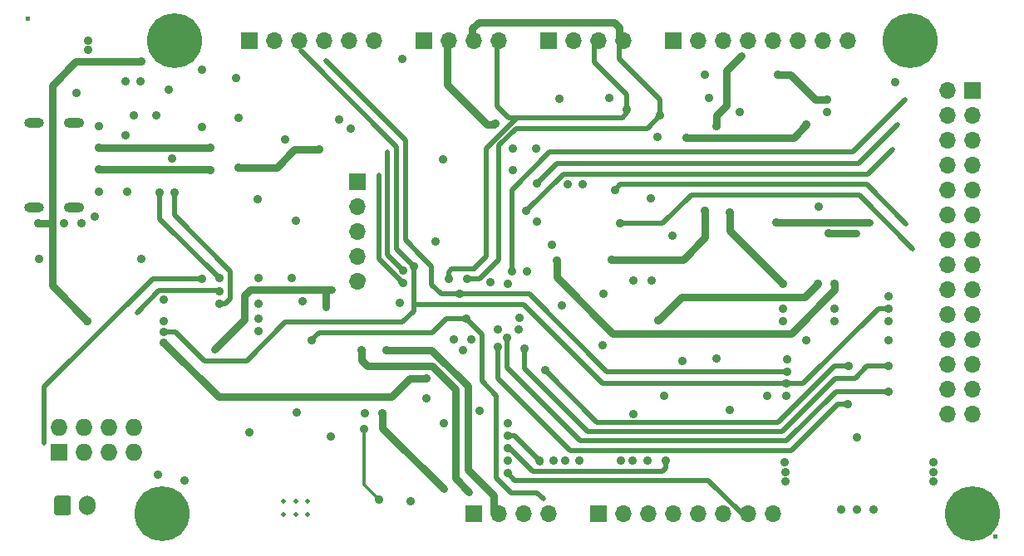
<source format=gbr>
G04 #@! TF.GenerationSoftware,KiCad,Pcbnew,5.1.10-88a1d61d58~88~ubuntu20.04.1*
G04 #@! TF.CreationDate,2021-05-27T22:44:10+02:00*
G04 #@! TF.ProjectId,PSLab,50534c61-622e-46b6-9963-61645f706362,v6.1*
G04 #@! TF.SameCoordinates,Original*
G04 #@! TF.FileFunction,Copper,L2,Inr*
G04 #@! TF.FilePolarity,Positive*
%FSLAX46Y46*%
G04 Gerber Fmt 4.6, Leading zero omitted, Abs format (unit mm)*
G04 Created by KiCad (PCBNEW 5.1.10-88a1d61d58~88~ubuntu20.04.1) date 2021-05-27 22:44:10*
%MOMM*%
%LPD*%
G01*
G04 APERTURE LIST*
G04 #@! TA.AperFunction,ComponentPad*
%ADD10R,1.700000X1.700000*%
G04 #@! TD*
G04 #@! TA.AperFunction,ComponentPad*
%ADD11O,1.700000X1.700000*%
G04 #@! TD*
G04 #@! TA.AperFunction,ComponentPad*
%ADD12R,1.727200X1.727200*%
G04 #@! TD*
G04 #@! TA.AperFunction,ComponentPad*
%ADD13O,1.727200X1.727200*%
G04 #@! TD*
G04 #@! TA.AperFunction,ComponentPad*
%ADD14O,2.100000X1.000000*%
G04 #@! TD*
G04 #@! TA.AperFunction,ComponentPad*
%ADD15O,2.000000X1.000000*%
G04 #@! TD*
G04 #@! TA.AperFunction,ComponentPad*
%ADD16C,0.500000*%
G04 #@! TD*
G04 #@! TA.AperFunction,ComponentPad*
%ADD17C,5.600000*%
G04 #@! TD*
G04 #@! TA.AperFunction,ComponentPad*
%ADD18O,1.700000X2.000000*%
G04 #@! TD*
G04 #@! TA.AperFunction,ViaPad*
%ADD19C,0.914400*%
G04 #@! TD*
G04 #@! TA.AperFunction,Conductor*
%ADD20C,0.508000*%
G04 #@! TD*
G04 #@! TA.AperFunction,Conductor*
%ADD21C,0.762000*%
G04 #@! TD*
G04 #@! TA.AperFunction,Conductor*
%ADD22C,0.304800*%
G04 #@! TD*
G04 #@! TA.AperFunction,Conductor*
%ADD23C,0.406400*%
G04 #@! TD*
G04 #@! TA.AperFunction,NonConductor*
%ADD24C,0.030000*%
G04 #@! TD*
G04 #@! TA.AperFunction,NonConductor*
%ADD25C,0.100000*%
G04 #@! TD*
G04 APERTURE END LIST*
D10*
X124785500Y-77194500D03*
D11*
X124785500Y-79734500D03*
X124785500Y-82274500D03*
X124785500Y-84814500D03*
X124785500Y-87354500D03*
D12*
X94369000Y-104753500D03*
D13*
X94369000Y-102213500D03*
X96909000Y-104753500D03*
X96909000Y-102213500D03*
X99449000Y-104753500D03*
X99449000Y-102213500D03*
X101989000Y-104753500D03*
X101989000Y-102213500D03*
D14*
X95945000Y-71160000D03*
X95945000Y-79800000D03*
D15*
X91865000Y-71160000D03*
X91865000Y-79800000D03*
D16*
X117279000Y-111128500D03*
X117279000Y-109808500D03*
X118499000Y-111128500D03*
X118499000Y-109808500D03*
X119719000Y-109808500D03*
X119719000Y-111128500D03*
D17*
X104880000Y-111020000D03*
G04 #@! TA.AperFunction,ComponentPad*
G36*
G01*
X93900000Y-110964500D02*
X93900000Y-109464500D01*
G75*
G02*
X94150000Y-109214500I250000J0D01*
G01*
X95350000Y-109214500D01*
G75*
G02*
X95600000Y-109464500I0J-250000D01*
G01*
X95600000Y-110964500D01*
G75*
G02*
X95350000Y-111214500I-250000J0D01*
G01*
X94150000Y-111214500D01*
G75*
G02*
X93900000Y-110964500I0J250000D01*
G01*
G37*
G04 #@! TD.AperFunction*
D18*
X97250000Y-110214500D03*
D17*
X181090000Y-62780000D03*
X106150000Y-62770000D03*
X187420000Y-111010000D03*
D10*
X187460000Y-67860000D03*
D11*
X184920000Y-67860000D03*
X187460000Y-70400000D03*
X184920000Y-70400000D03*
X187460000Y-72940000D03*
X184920000Y-72940000D03*
X187460000Y-75480000D03*
X184920000Y-75480000D03*
X187460000Y-78020000D03*
X184920000Y-78020000D03*
X187460000Y-80560000D03*
X184920000Y-80560000D03*
X187460000Y-83100000D03*
X184920000Y-83100000D03*
X187460000Y-85640000D03*
X184920000Y-85640000D03*
X187460000Y-88180000D03*
X184920000Y-88180000D03*
X187460000Y-90720000D03*
X184920000Y-90720000D03*
X187460000Y-93260000D03*
X184920000Y-93260000D03*
X187460000Y-95800000D03*
X184920000Y-95800000D03*
X187460000Y-98340000D03*
X184920000Y-98340000D03*
X187460000Y-100880000D03*
X184920000Y-100880000D03*
D10*
X156980000Y-62780000D03*
D11*
X159520000Y-62780000D03*
X162060000Y-62780000D03*
X164600000Y-62780000D03*
X167140000Y-62780000D03*
X169680000Y-62780000D03*
X172220000Y-62780000D03*
X174760000Y-62780000D03*
X167140000Y-111040000D03*
X164600000Y-111040000D03*
X162060000Y-111040000D03*
X159520000Y-111040000D03*
X156980000Y-111040000D03*
X154440000Y-111040000D03*
X151900000Y-111040000D03*
D10*
X149360000Y-111040000D03*
X131580000Y-62780000D03*
D11*
X134120000Y-62780000D03*
X136660000Y-62780000D03*
X139200000Y-62780000D03*
D10*
X144280000Y-62780000D03*
D11*
X146820000Y-62780000D03*
X149360000Y-62780000D03*
X151900000Y-62780000D03*
X144280000Y-111074000D03*
X141740000Y-111074000D03*
X139200000Y-111074000D03*
D10*
X136660000Y-111074000D03*
X113800000Y-62780000D03*
D11*
X116340000Y-62780000D03*
X118880000Y-62780000D03*
X121420000Y-62780000D03*
X123960000Y-62780000D03*
X126500000Y-62780000D03*
D19*
X154370000Y-105638400D03*
X98071600Y-80721000D03*
X96140010Y-68107510D03*
X131795218Y-99288400D03*
X156161400Y-105638400D03*
X140080000Y-104368400D03*
X137195214Y-100558400D03*
X125534800Y-100778400D03*
X101138100Y-66907500D03*
X127008000Y-109643000D03*
X125484000Y-102404000D03*
X145600000Y-89800000D03*
X152890000Y-100890000D03*
X144640000Y-83590000D03*
X138300000Y-87420000D03*
X168520000Y-95260000D03*
X143030000Y-73800000D03*
X135230000Y-88650000D03*
X168519189Y-96528572D03*
X178919704Y-88850000D03*
X114690000Y-92444333D03*
X152250000Y-69800000D03*
X134060000Y-87080000D03*
X141220000Y-92240000D03*
X152834000Y-105638400D03*
X135960000Y-87060000D03*
X155600000Y-70450000D03*
X151620000Y-105638400D03*
X141260000Y-91100000D03*
X130530000Y-85800000D03*
X105090000Y-92470000D03*
X168510000Y-97790000D03*
X178919704Y-90130000D03*
X161330000Y-71500000D03*
X179605600Y-66979600D03*
X110700000Y-89640000D03*
X106123400Y-78282602D03*
X110700000Y-87040000D03*
X104624800Y-78282602D03*
X167620000Y-66240000D03*
X172650000Y-68780000D03*
X145130000Y-85220000D03*
X173400000Y-87580000D03*
X171807800Y-79679600D03*
X108990000Y-87050000D03*
X118137700Y-87040000D03*
X167500000Y-81310000D03*
X172760000Y-82460000D03*
X155420000Y-91290000D03*
X171730000Y-87560000D03*
X151538600Y-81432200D03*
X154710000Y-78900000D03*
X152890000Y-87270000D03*
X160190000Y-80170000D03*
X150660000Y-85140000D03*
X110700000Y-88350000D03*
X119220000Y-89360000D03*
X125249600Y-94335400D03*
X113759986Y-102747500D03*
X122059986Y-103155000D03*
X151020000Y-77990000D03*
X140070000Y-87630000D03*
X140590000Y-73810000D03*
X140080000Y-106908400D03*
X143334400Y-105638400D03*
X140080000Y-103098400D03*
X133631602Y-101828400D03*
X129430000Y-86200000D03*
X114690000Y-91135000D03*
X105090000Y-93580000D03*
X131802800Y-97256402D03*
X183454800Y-106792000D03*
X168356400Y-107772000D03*
X183444800Y-107772000D03*
X168346400Y-105812000D03*
X183434800Y-105812000D03*
X168356400Y-106792000D03*
X142057500Y-86300400D03*
X118520000Y-81140000D03*
X168150000Y-91410000D03*
X146200000Y-77420000D03*
X157890000Y-95500000D03*
X166490000Y-99040000D03*
X147423802Y-105638400D03*
X168170000Y-90160000D03*
X173400000Y-90120000D03*
X104465500Y-107103000D03*
X107196000Y-107674500D03*
X98445700Y-71530300D03*
X101326060Y-78185100D03*
X96670000Y-81390000D03*
X94860000Y-81380000D03*
X105583100Y-67809200D03*
X102713000Y-66907500D03*
X104320000Y-70427500D03*
X98442406Y-75950000D03*
X109806400Y-75983585D03*
X98442400Y-73750000D03*
X109806400Y-73736000D03*
X120924000Y-73862988D03*
X112701980Y-75702200D03*
X162760000Y-100480000D03*
X156910000Y-82700000D03*
X170480000Y-93340000D03*
X147760000Y-77420000D03*
X155310000Y-72590000D03*
X160640000Y-68650000D03*
X97350000Y-62777200D03*
X97350000Y-63717200D03*
X173400000Y-91400000D03*
X175710000Y-103250000D03*
X175710000Y-110620000D03*
X177340000Y-110620000D03*
X174060000Y-110620000D03*
X98427190Y-78200000D03*
X105894834Y-74850000D03*
X102755000Y-85074978D03*
X92352990Y-85075000D03*
X112463000Y-66573200D03*
X105090000Y-89175000D03*
X136349400Y-93300000D03*
X149837510Y-88620000D03*
X129130000Y-89572494D03*
X112700000Y-70645004D03*
X117429998Y-72874998D03*
X133517500Y-74902500D03*
X124100000Y-71750000D03*
X101980000Y-70427496D03*
X101163500Y-72432000D03*
X130246500Y-109770000D03*
X139070000Y-94010000D03*
X174762500Y-99880904D03*
X140010000Y-93130000D03*
X178922496Y-98579996D03*
X141830000Y-94180000D03*
X178919700Y-95960988D03*
X143880000Y-96440000D03*
X174804900Y-95961012D03*
X129430000Y-87500000D03*
X139070000Y-92240000D03*
X127363600Y-100778400D03*
X149786000Y-93827400D03*
X158330000Y-72660000D03*
X170539998Y-71320000D03*
X144807600Y-105638400D03*
X178919704Y-91389000D03*
X168480000Y-99050000D03*
X145925200Y-105638400D03*
X143070000Y-81270000D03*
X140610000Y-76020000D03*
X135870000Y-91120000D03*
X132770000Y-83310000D03*
X105090000Y-91370000D03*
X102760000Y-64920000D03*
X92280400Y-81406728D03*
X108993600Y-71551598D03*
X97309612Y-91363574D03*
X108960000Y-65710000D03*
X120169600Y-93323000D03*
X138818998Y-71225500D03*
X140080000Y-105638400D03*
X160190000Y-66250000D03*
X163700000Y-70050000D03*
X118617400Y-100708000D03*
X114640296Y-79000000D03*
X178912488Y-93340000D03*
X172650004Y-70050000D03*
X122938200Y-70798200D03*
X129395000Y-64625000D03*
X145390000Y-68730000D03*
X156050000Y-99050000D03*
X154720000Y-87230000D03*
X150450000Y-68620000D03*
X161335000Y-95215000D03*
X162689200Y-80314602D03*
X168120000Y-87620000D03*
X140080000Y-101828400D03*
X140550000Y-86300000D03*
X143040000Y-77390000D03*
X141980000Y-80180000D03*
X114712855Y-87040000D03*
X134650000Y-93250000D03*
X114690000Y-89640000D03*
X135550000Y-94350000D03*
X127770000Y-94339500D03*
D20*
X156161400Y-106425800D02*
X156161400Y-105689200D01*
X155856600Y-106730600D02*
X156161400Y-106425800D01*
X142648604Y-106730600D02*
X155856600Y-106730600D01*
X140080000Y-104368400D02*
X140286404Y-104368400D01*
X140286404Y-104368400D02*
X142648604Y-106730600D01*
D21*
X121600000Y-89940000D02*
X121600000Y-88230000D01*
X113839000Y-88220000D02*
X122195600Y-88220000D01*
X113850000Y-88220000D02*
X113840000Y-88220000D01*
X113286200Y-88783800D02*
X113850000Y-88220000D01*
X110238200Y-94259200D02*
X113286200Y-91211200D01*
X113286200Y-91211200D02*
X113286200Y-88783800D01*
D22*
X125484000Y-108119000D02*
X125484000Y-102404000D01*
X127008000Y-109643000D02*
X125484000Y-108119000D01*
D20*
X130830000Y-84300000D02*
X132330000Y-85800000D01*
X135230000Y-88650000D02*
X133330000Y-88650000D01*
X133330000Y-88650000D02*
X132330000Y-87650000D01*
X132330000Y-87650000D02*
X132330000Y-85800000D01*
X142280000Y-88650000D02*
X135230000Y-88650000D01*
D23*
X168511428Y-96528572D02*
X168519189Y-96528572D01*
D20*
X168519189Y-96528572D02*
X150158572Y-96528572D01*
X150158572Y-96528572D02*
X142280000Y-88650000D01*
X129680000Y-72930000D02*
X129680000Y-83150000D01*
X129680000Y-83150000D02*
X132330000Y-85800000D01*
X121550000Y-64800000D02*
X129680000Y-72930000D01*
D23*
X134390000Y-86110000D02*
X136630000Y-86110000D01*
D20*
X134383422Y-86110000D02*
X134390000Y-86110000D01*
X134060000Y-86433422D02*
X134383422Y-86110000D01*
X134060000Y-87080000D02*
X134060000Y-86433422D01*
X134383422Y-86110000D02*
X136630000Y-86110000D01*
X148930000Y-64970000D02*
X148930000Y-62750000D01*
X152250000Y-68290000D02*
X148930000Y-64970000D01*
X152250000Y-69800000D02*
X152250000Y-68290000D01*
X152250000Y-70190000D02*
X152250000Y-69800000D01*
X142220000Y-70640000D02*
X151800000Y-70640000D01*
X151800000Y-70640000D02*
X152250000Y-70190000D01*
X140220000Y-70640000D02*
X142220000Y-70640000D01*
X139050000Y-62750000D02*
X139050000Y-69470000D01*
X139050000Y-69470000D02*
X140220000Y-70640000D01*
X137910000Y-73795553D02*
X141065553Y-70640000D01*
X141065553Y-70640000D02*
X142220000Y-70640000D01*
X137910000Y-84830000D02*
X137910000Y-73795553D01*
X136630000Y-86110000D02*
X137910000Y-84830000D01*
X155550000Y-70450000D02*
X155600000Y-70450000D01*
X155600000Y-70500000D02*
X155600000Y-70450000D01*
X155600000Y-69803422D02*
X155600000Y-70450000D01*
X155600000Y-68780000D02*
X155600000Y-70450000D01*
X151470000Y-64650000D02*
X155600000Y-68780000D01*
X151470000Y-62750000D02*
X151470000Y-64650000D01*
D21*
X136510000Y-61510400D02*
X137120400Y-60900000D01*
X136510000Y-62750000D02*
X136510000Y-61510400D01*
X137120400Y-60900000D02*
X150960000Y-60900000D01*
X150960000Y-60900000D02*
X151470000Y-61410000D01*
X151470000Y-61410000D02*
X151470000Y-62750000D01*
D20*
X155600000Y-70450000D02*
X154327201Y-71722799D01*
X139210000Y-73434606D02*
X139210000Y-85120000D01*
X139210000Y-85120000D02*
X137270000Y-87060000D01*
X140921807Y-71722799D02*
X139210000Y-73434606D01*
X137270000Y-87060000D02*
X135960000Y-87060000D01*
X154327201Y-71722799D02*
X140921807Y-71722799D01*
X168510000Y-97820000D02*
X168510000Y-97790000D01*
X170182000Y-97790000D02*
X168510000Y-97790000D01*
X178919704Y-90130000D02*
X177842000Y-90130000D01*
X177842000Y-90130000D02*
X170182000Y-97790000D01*
X141760000Y-89750000D02*
X149800000Y-97790000D01*
X130530000Y-85800000D02*
X130530000Y-89750000D01*
X149800000Y-97790000D02*
X168510000Y-97790000D01*
X130530000Y-89750000D02*
X141760000Y-89750000D01*
X130530000Y-90375800D02*
X130530000Y-85800000D01*
X106239200Y-92470000D02*
X109196800Y-95427600D01*
X109196800Y-95427600D02*
X113540200Y-95427600D01*
X105090000Y-92470000D02*
X106239200Y-92470000D01*
X113540200Y-95427600D02*
X117451800Y-91516000D01*
X117451800Y-91516000D02*
X129389800Y-91516000D01*
X129389800Y-91516000D02*
X130530000Y-90375800D01*
X130510000Y-85800000D02*
X130530000Y-85800000D01*
X128780000Y-73610000D02*
X128780000Y-84070000D01*
X128780000Y-84070000D02*
X130510000Y-85800000D01*
X119010000Y-63840000D02*
X128780000Y-73610000D01*
D21*
X161330000Y-70450000D02*
X162400000Y-69380000D01*
X161330000Y-71500000D02*
X161330000Y-70450000D01*
X162400000Y-65800000D02*
X163930000Y-64270000D01*
X162400000Y-69380000D02*
X162400000Y-65800000D01*
D20*
X111838400Y-89128400D02*
X111326800Y-89640000D01*
X111838400Y-86309000D02*
X111838400Y-89128400D01*
X111326800Y-89640000D02*
X110700000Y-89640000D01*
X106123400Y-78282602D02*
X106123400Y-80594000D01*
X106123400Y-80594000D02*
X111838400Y-86309000D01*
X104624800Y-80964800D02*
X104624800Y-78282602D01*
X110700000Y-87040000D02*
X104624800Y-80964800D01*
D21*
X171460000Y-68780000D02*
X172650000Y-68780000D01*
X168920000Y-66240000D02*
X171460000Y-68780000D01*
X167620000Y-66240000D02*
X168920000Y-66240000D01*
X168956600Y-92640000D02*
X173400000Y-88196600D01*
X150820000Y-92640000D02*
X168956600Y-92640000D01*
X173400000Y-88196600D02*
X173400000Y-87580000D01*
X145130000Y-85220000D02*
X145130000Y-86950000D01*
X145130000Y-86950000D02*
X150820000Y-92640000D01*
X125100000Y-87040000D02*
X125170000Y-87110000D01*
D20*
X92850000Y-103820000D02*
X92850000Y-98120000D01*
X103920000Y-87050000D02*
X108990000Y-87050000D01*
X92850000Y-98120000D02*
X103920000Y-87050000D01*
D21*
X167500000Y-81310000D02*
X176968800Y-81310000D01*
D23*
X172760000Y-82460000D02*
X172840000Y-82540000D01*
D21*
X172760000Y-82460000D02*
X175578800Y-82460000D01*
X170360000Y-88930000D02*
X171730000Y-87560000D01*
X155420000Y-91290000D02*
X157780000Y-88930000D01*
X157780000Y-88930000D02*
X170360000Y-88930000D01*
D20*
X155887800Y-81432200D02*
X151538600Y-81432200D01*
X175896000Y-78510000D02*
X158810000Y-78510000D01*
X158810000Y-78510000D02*
X155887800Y-81432200D01*
X181383600Y-83997600D02*
X175896000Y-78510000D01*
D21*
X150680000Y-85120000D02*
X157950000Y-85120000D01*
X157950000Y-85120000D02*
X160190000Y-82880000D01*
X160190000Y-82880000D02*
X160190000Y-80170000D01*
D23*
X150660000Y-85140000D02*
X150680000Y-85120000D01*
X110700000Y-88350000D02*
X110501200Y-88350000D01*
D20*
X110657799Y-88307799D02*
X110700000Y-88350000D01*
X104528201Y-88307799D02*
X110657799Y-88307799D01*
X102313400Y-90522600D02*
X104528201Y-88307799D01*
D21*
X125249600Y-95376800D02*
X125833800Y-95961000D01*
X125249600Y-94335400D02*
X125249600Y-95376800D01*
X132387000Y-95961000D02*
X134749200Y-98323200D01*
X125833800Y-95961000D02*
X132387000Y-95961000D01*
X134749200Y-107441800D02*
X136120800Y-108813400D01*
X134749200Y-98323200D02*
X134749200Y-107441800D01*
D20*
X176650000Y-77460000D02*
X151550000Y-77460000D01*
X151550000Y-77460000D02*
X151020000Y-77990000D01*
X180647600Y-81457600D02*
X176650000Y-77460000D01*
X140791199Y-107619599D02*
X140080000Y-106908400D01*
X164010000Y-111074000D02*
X160555599Y-107619599D01*
X160555599Y-107619599D02*
X140791199Y-107619599D01*
D21*
X143334400Y-105685598D02*
X143334400Y-105638401D01*
D23*
X140794400Y-103098400D02*
X140134000Y-103098400D01*
X143334400Y-105638401D02*
X143334400Y-105638400D01*
D20*
X140794400Y-103098400D02*
X143334400Y-105638400D01*
X140080000Y-103098400D02*
X140794400Y-103098400D01*
X127855000Y-74165000D02*
X127855000Y-84625000D01*
X127855000Y-84625000D02*
X129430000Y-86200000D01*
D21*
X105090000Y-93580000D02*
X110620600Y-99110600D01*
X110620600Y-99110600D02*
X128246800Y-99110600D01*
X128246800Y-99110600D02*
X130100998Y-97256402D01*
X130100998Y-97256402D02*
X131802800Y-97256402D01*
D20*
X98442406Y-75950000D02*
X98475991Y-75983585D01*
D21*
X109772815Y-75950000D02*
X109806400Y-75983585D01*
X98442406Y-75950000D02*
X109772815Y-75950000D01*
X109792400Y-73750000D02*
X109806400Y-73736000D01*
X98442400Y-73750000D02*
X109792400Y-73750000D01*
X116552400Y-75702200D02*
X112701980Y-75702200D01*
X120924000Y-73862988D02*
X118391612Y-73862988D01*
X118391612Y-73862988D02*
X116552400Y-75702200D01*
D20*
X173704496Y-99880904D02*
X174762500Y-99880904D01*
X146466099Y-104604499D02*
X168980901Y-104604499D01*
X168980901Y-104604499D02*
X173704496Y-99880904D01*
X139070000Y-94010000D02*
X139070000Y-97208400D01*
X139070000Y-97208400D02*
X146466099Y-104604499D01*
X140010000Y-96167200D02*
X147452800Y-103610000D01*
X140010000Y-93130000D02*
X140010000Y-96167200D01*
X147452800Y-103610000D02*
X168490622Y-103610000D01*
X173520626Y-98579996D02*
X178922496Y-98579996D01*
X168490622Y-103610000D02*
X173520626Y-98579996D01*
X176710012Y-95960988D02*
X178919700Y-95960988D01*
X141830000Y-96209200D02*
X148250800Y-102630000D01*
X141830000Y-94180000D02*
X141830000Y-96209200D01*
X148250800Y-102630000D02*
X168085200Y-102630000D01*
X168085200Y-102630000D02*
X173509600Y-97205600D01*
X175465400Y-97205600D02*
X176710012Y-95960988D01*
X173509600Y-97205600D02*
X175465400Y-97205600D01*
X173388988Y-95961012D02*
X174804900Y-95961012D01*
X167592799Y-101757201D02*
X173388988Y-95961012D01*
X143880000Y-96440000D02*
X149197201Y-101757201D01*
X149197201Y-101757201D02*
X167592799Y-101757201D01*
X129230000Y-87500000D02*
X129430000Y-87500000D01*
X129430000Y-87500000D02*
X126980000Y-85050000D01*
X126980000Y-85050000D02*
X126980000Y-76520000D01*
D21*
X127363600Y-102314000D02*
X133580800Y-108531200D01*
X127363600Y-100778400D02*
X127363600Y-102314000D01*
X169199998Y-72660000D02*
X170539998Y-71320000D01*
X158330000Y-72660000D02*
X169199998Y-72660000D01*
D20*
X137489715Y-97533115D02*
X137489715Y-92739715D01*
X137489715Y-92739715D02*
X135870000Y-91120000D01*
X93626528Y-81406728D02*
X93702800Y-81483000D01*
D21*
X93702800Y-67335200D02*
X96118000Y-64920000D01*
X96118000Y-64920000D02*
X102760000Y-64920000D01*
X93601272Y-81406728D02*
X93702800Y-81305200D01*
X92280400Y-81406728D02*
X93601272Y-81406728D01*
X93702800Y-87756762D02*
X93702800Y-81305200D01*
X93702800Y-81305200D02*
X93702800Y-67335200D01*
X93702800Y-87756762D02*
X97309612Y-91363574D01*
D20*
X137489715Y-97533115D02*
X138965600Y-99009000D01*
X138965600Y-99009000D02*
X138965600Y-107365600D01*
X138965600Y-107365600D02*
X140489600Y-108889600D01*
X140489600Y-108889600D02*
X143105800Y-108889600D01*
X143105800Y-108889600D02*
X143740800Y-109524600D01*
X133875200Y-91120000D02*
X135870000Y-91120000D01*
X132412400Y-92582800D02*
X133875200Y-91120000D01*
X120855400Y-92582800D02*
X132412400Y-92582800D01*
X120169600Y-93268600D02*
X120855400Y-92582800D01*
D21*
X135645000Y-68975000D02*
X138022500Y-71352500D01*
X136670000Y-70000000D02*
X138022500Y-71352500D01*
X133970000Y-67300000D02*
X138022500Y-71352500D01*
X138691998Y-71352500D02*
X138818998Y-71225500D01*
X134260000Y-67590000D02*
X138022500Y-71352500D01*
X133970000Y-62750000D02*
X133970000Y-67300000D01*
X138022500Y-71352500D02*
X138691998Y-71352500D01*
D23*
X162613002Y-80314602D02*
X162689200Y-80314602D01*
D21*
X162689200Y-82189200D02*
X162689200Y-80314602D01*
X168120000Y-87620000D02*
X162689200Y-82189200D01*
D20*
X140550000Y-77990000D02*
X140550000Y-86300000D01*
X144380000Y-74160000D02*
X140550000Y-77990000D01*
X175210000Y-74160000D02*
X144380000Y-74160000D01*
X180612400Y-68757600D02*
X175210000Y-74160000D01*
X145080000Y-75350000D02*
X143040000Y-77390000D01*
X175807200Y-75350000D02*
X145080000Y-75350000D01*
X179859600Y-71297600D02*
X175807200Y-75350000D01*
X145770000Y-76390000D02*
X141980000Y-80180000D01*
X176748400Y-76390000D02*
X145770000Y-76390000D01*
X179300800Y-73837600D02*
X176748400Y-76390000D01*
D21*
X138660800Y-111074000D02*
X138660800Y-109143600D01*
X138660800Y-109143600D02*
X136044600Y-106527400D01*
X136044600Y-98043800D02*
X132336200Y-94335400D01*
X136044600Y-106527400D02*
X136044600Y-98043800D01*
X132336200Y-94335400D02*
X127789600Y-94335400D01*
D22*
X127774100Y-94335400D02*
X127770000Y-94339500D01*
X127789600Y-94335400D02*
X127774100Y-94335400D01*
D24*
X189875001Y-113485000D02*
X189570500Y-113485000D01*
X189570500Y-113150500D01*
X189875001Y-113150500D01*
X189875001Y-113485000D01*
G04 #@! TA.AperFunction,NonConductor*
D25*
G36*
X189875001Y-113485000D02*
G01*
X189570500Y-113485000D01*
X189570500Y-113150500D01*
X189875001Y-113150500D01*
X189875001Y-113485000D01*
G37*
G04 #@! TD.AperFunction*
D24*
X91369500Y-60669500D02*
X91035000Y-60669500D01*
X91035000Y-60365000D01*
X91369500Y-60365000D01*
X91369500Y-60669500D01*
G04 #@! TA.AperFunction,NonConductor*
D25*
G36*
X91369500Y-60669500D02*
G01*
X91035000Y-60669500D01*
X91035000Y-60365000D01*
X91369500Y-60365000D01*
X91369500Y-60669500D01*
G37*
G04 #@! TD.AperFunction*
M02*

</source>
